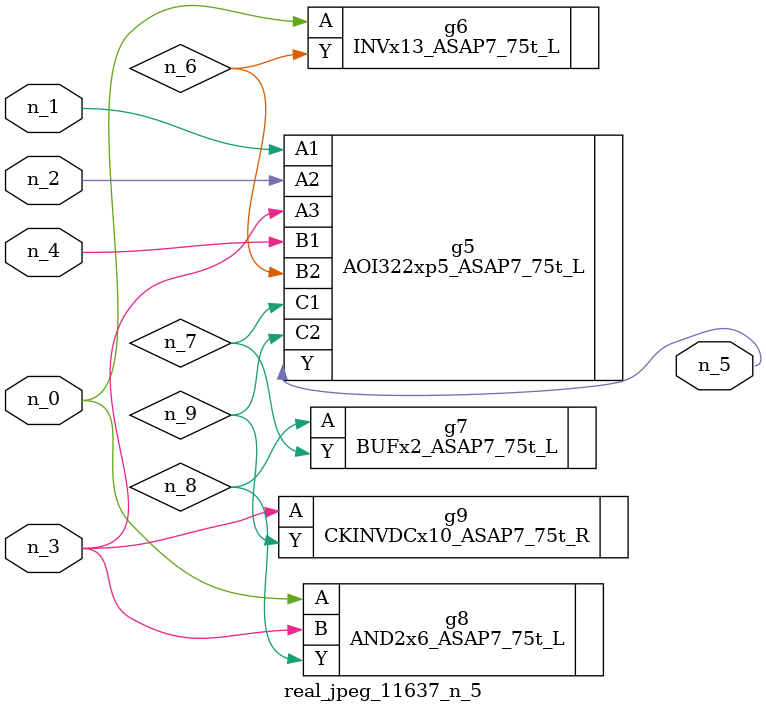
<source format=v>
module real_jpeg_11637_n_5 (n_4, n_0, n_1, n_2, n_3, n_5);

input n_4;
input n_0;
input n_1;
input n_2;
input n_3;

output n_5;

wire n_8;
wire n_6;
wire n_7;
wire n_9;

INVx13_ASAP7_75t_L g6 ( 
.A(n_0),
.Y(n_6)
);

AND2x6_ASAP7_75t_L g8 ( 
.A(n_0),
.B(n_3),
.Y(n_8)
);

AOI322xp5_ASAP7_75t_L g5 ( 
.A1(n_1),
.A2(n_2),
.A3(n_3),
.B1(n_4),
.B2(n_6),
.C1(n_7),
.C2(n_9),
.Y(n_5)
);

CKINVDCx10_ASAP7_75t_R g9 ( 
.A(n_3),
.Y(n_9)
);

BUFx2_ASAP7_75t_L g7 ( 
.A(n_8),
.Y(n_7)
);


endmodule
</source>
